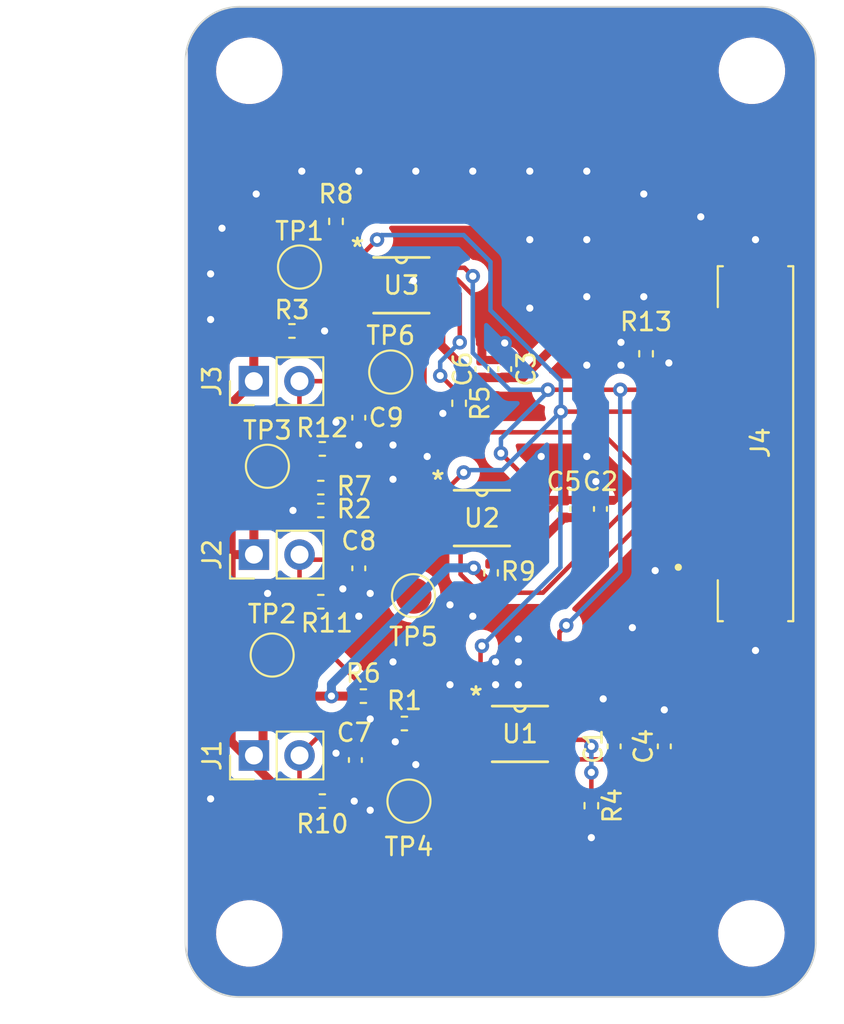
<source format=kicad_pcb>
(kicad_pcb (version 20221018) (generator pcbnew)
  (layers (0 "F.Cu" signal) (31 "B.Cu" signal) (34 "B.Paste" user) (35 "F.Paste" user) (36 "B.SilkS" user "B.Silkscreen") (37 "F.SilkS" user "F.Silkscreen") (38 "B.Mask" user) (39 "F.Mask" user) (44 "Edge.Cuts" user))
  (net 0 "")
  (net 1 "+3V3")
  (net 2 "GND")
  (net 3 "LIN_POT")
  (net 4 "FSR_1")
  (net 5 "FSR_2")
  (net 8 "INTERRUPT_LP")
  (net 9 "INTERRUPT_F1")
  (net 10 "INTERRUPT_F2")
  (net 13 "SCL")
  (net 14 "SDA")
  (net 15 "Net-(J4-Pad11)")
  (net 16 "Net-(U1-ADDR0)")
  (net 17 "Net-(U2-ADDR0)")
  (net 18 "unconnected-(J4-Pad10)")
  (net 19 "Net-(U3-ADDR0)")
  (net 20 "Net-(U1-ADDR1)")
  (net 21 "Net-(U3-ADDR1)")
  (net 22 "Net-(U2-ADDR1)")
  (footprint "Connector_PinHeader_2.54mm:PinHeader_1x02_P2.54mm_Vertical" (layer "F.Cu") (at 23.368 50.546 90)
    (fp_text reference "J2" (at 0 -2.33 90) (layer "F.SilkS"))
    (fp_text value "Conn_01x02_Socket")
    (pad "1" thru_hole rect (at 0 0 90) (size 1.7 1.7) (drill 1) (layers "*.Cu" "*.Mask") (net 1 "+3V3"))
    (pad "2" thru_hole oval (at 0 2.54 90) (size 1.7 1.7) (drill 1) (layers "*.Cu" "*.Mask") (net 4 "FSR_1"))
  )
  (footprint "Capacitor_SMD:C_0402_1005Metric" (layer "F.Cu") (at 46.228 61.214 90)
    (fp_text reference "C4" (at 0 -1.16 90) (layer "F.SilkS"))
    (fp_text value "0.1u")
    (pad "1" smd roundrect (at -0.48 0 90) (size 0.56 0.62) (layers "F.Cu" "F.Paste" "F.Mask") (net 1 "+3V3"))
    (pad "2" smd roundrect (at 0.48 0 90) (size 0.56 0.62) (layers "F.Cu" "F.Paste" "F.Mask") (net 2 "GND"))
  )
  (footprint "Resistor_SMD:R_0402_1005Metric" (layer "F.Cu") (at 27.0931 46.817399)
    (fp_text reference "R7" (at 1.8629 -0.081399) (layer "F.SilkS"))
    (fp_text value "5k")
    (pad "1" smd roundrect (at -0.51 0) (size 0.54 0.64) (layers "F.Cu" "F.Paste" "F.Mask") (net 1 "+3V3"))
    (pad "2" smd roundrect (at 0.51 0) (size 0.54 0.64) (layers "F.Cu" "F.Paste" "F.Mask") (net 9 "INTERRUPT_F1"))
  )
  (footprint "TestPoint:TestPoint_Pad_D2.0mm" (layer "F.Cu") (at 24.384 56.134)
    (fp_text reference "TP2" (at 0 -2.286) (layer "F.SilkS"))
    (fp_text value "TestPoint")
    (pad "1" smd circle (at 0 0) (size 2 2) (layers "F.Cu" "F.Mask") (net 8 "INTERRUPT_LP"))
  )
  (footprint "Resistor_SMD:R_0402_1005Metric" (layer "F.Cu") (at 27.178 44.663598)
    (fp_text reference "R12" (at 0 -1.17) (layer "F.SilkS"))
    (fp_text value "10k")
    (pad "1" smd roundrect (at -0.51 0) (size 0.54 0.64) (layers "F.Cu" "F.Paste" "F.Mask") (net 5 "FSR_2"))
    (pad "2" smd roundrect (at 0.51 0) (size 0.54 0.64) (layers "F.Cu" "F.Paste" "F.Mask") (net 2 "GND"))
  )
  (footprint "Resistor_SMD:R_0402_1005Metric" (layer "F.Cu") (at 27.0931 48.087399)
    (fp_text reference "R2" (at 1.8629 -0.081399) (layer "F.SilkS"))
    (fp_text value "0")
    (pad "1" smd roundrect (at -0.51 0) (size 0.54 0.64) (layers "F.Cu" "F.Paste" "F.Mask") (net 2 "GND"))
    (pad "2" smd roundrect (at 0.51 0) (size 0.54 0.64) (layers "F.Cu" "F.Paste" "F.Mask") (net 17 "Net-(U2-ADDR0)"))
  )
  (footprint "MountingHole:MountingHole_3.2mm_M3" (layer "F.Cu") (at 51.11 23.625)
    (fp_text reference "H2" hide)
    (fp_text value "MountingHole")
    (pad "" np_thru_hole circle (at 0 0) (size 3.2 3.2) (drill 3.2) (layers "*.Cu" "*.Mask"))
  )
  (footprint "Sensify Footprints:MOLEX_0532611271" (layer "F.Cu") (at 51.308 44.374399 90)
    (fp_text reference "J4" (at 0.05 0.275 90) (layer "F.SilkS"))
    (fp_text value "0532611271")
    (pad "1" smd rect (at -6.875 -2.9 90) (size 0.8 1.6) (layers "F.Cu" "F.Paste" "F.Mask"))
    (pad "2" smd rect (at -5.625 -2.9 90) (size 0.8 1.6) (layers "F.Cu" "F.Paste" "F.Mask"))
    (pad "3" smd rect (at -4.375 -2.9 90) (size 0.8 1.6) (layers "F.Cu" "F.Paste" "F.Mask") (net 8 "INTERRUPT_LP"))
    (pad "4" smd rect (at -3.125 -2.9 90) (size 0.8 1.6) (layers "F.Cu" "F.Paste" "F.Mask") (net 9 "INTERRUPT_F1"))
    (pad "5" smd rect (at -1.875 -2.9 90) (size 0.8 1.6) (layers "F.Cu" "F.Paste" "F.Mask") (net 10 "INTERRUPT_F2"))
    (pad "6" smd rect (at -0.625 -2.9 90) (size 0.8 1.6) (layers "F.Cu" "F.Paste" "F.Mask"))
    (pad "7" smd rect (at 0.625 -2.9 90) (size 0.8 1.6) (layers "F.Cu" "F.Paste" "F.Mask"))
    (pad "8" smd rect (at 1.875 -2.9 90) (size 0.8 1.6) (layers "F.Cu" "F.Paste" "F.Mask") (net 13 "SCL"))
    (pad "9" smd rect (at 3.125 -2.9 90) (size 0.8 1.6) (layers "F.Cu" "F.Paste" "F.Mask") (net 14 "SDA"))
    (pad "10" smd rect (at 4.375 -2.9 90) (size 0.8 1.6) (layers "F.Cu" "F.Paste" "F.Mask") (net 18 "unconnected-(J4-Pad10)"))
    (pad "11" smd rect (at 5.625 -2.9 90) (size 0.8 1.6) (layers "F.Cu" "F.Paste" "F.Mask") (net 15 "Net-(J4-Pad11)"))
    (pad "12" smd rect (at 6.875 -2.9 90) (size 0.8 1.6) (layers "F.Cu" "F.Paste" "F.Mask") (net 1 "+3V3"))
    (pad "S1" smd rect (at -9.425 0 90) (size 2.1 3) (layers "F.Cu" "F.Paste" "F.Mask") (net 2 "GND"))
    (pad "S2" smd rect (at 9.425 0 90) (size 2.1 3) (layers "F.Cu" "F.Paste" "F.Mask") (net 2 "GND"))
  )
  (footprint "TestPoint:TestPoint_Pad_D2.0mm" (layer "F.Cu") (at 32.004 64.262)
    (fp_text reference "TP4" (at 0 2.54) (layer "F.SilkS"))
    (fp_text value "TestPoint")
    (pad "1" smd circle (at 0 0) (size 2 2) (layers "F.Cu" "F.Mask") (net 3 "LIN_POT"))
  )
  (footprint "Resistor_SMD:R_0402_1005Metric" (layer "F.Cu") (at 31.75 59.944)
    (fp_text reference "R1" (at 0 -1.27) (layer "F.SilkS"))
    (fp_text value "0")
    (pad "1" smd roundrect (at -0.51 0) (size 0.54 0.64) (layers "F.Cu" "F.Paste" "F.Mask") (net 2 "GND"))
    (pad "2" smd roundrect (at 0.51 0) (size 0.54 0.64) (layers "F.Cu" "F.Paste" "F.Mask") (net 16 "Net-(U1-ADDR0)"))
  )
  (footprint "Capacitor_SMD:C_0402_1005Metric" (layer "F.Cu") (at 42.672 48.006 90)
    (fp_text reference "C2" (at 1.524 0 180) (layer "F.SilkS"))
    (fp_text value "4.7u")
    (pad "1" smd roundrect (at -0.48 0 90) (size 0.56 0.62) (layers "F.Cu" "F.Paste" "F.Mask") (net 1 "+3V3"))
    (pad "2" smd roundrect (at 0.48 0 90) (size 0.56 0.62) (layers "F.Cu" "F.Paste" "F.Mask") (net 2 "GND"))
  )
  (footprint "Sensify Footprints:NM-ADC8BIT" (layer "F.Cu") (at 31.583321 35.56)
    (fp_text reference "U3" (at 0 0 unlocked) (layer "F.SilkS"))
    (fp_text value "ADC081C021CIMM/NOPB")
    (fp_text user "*" (at -2.4511 -2.0926 unlocked) (layer "F.SilkS"))
    (fp_text user "*" (at -2.4511 -2.0926) (layer "F.SilkS"))
    (pad "1" smd rect (at -2.1971 -0.974999) (size 1.3716 0.4572) (layers "F.Cu" "F.Paste" "F.Mask") (net 13 "SCL") (clearance 0.1))
    (pad "2" smd rect (at -2.1971 -0.325001) (size 1.3716 0.4572) (layers "F.Cu" "F.Paste" "F.Mask") (net 10 "INTERRUPT_F2") (clearance 0.1))
    (pad "3" smd rect (at -2.1971 0.325001) (size 1.3716 0.4572) (layers "F.Cu" "F.Paste" "F.Mask") (net 19 "Net-(U3-ADDR0)") (clearance 0.1))
    (pad "4" smd rect (at -2.1971 0.974999) (size 1.3716 0.4572) (layers "F.Cu" "F.Paste" "F.Mask") (net 5 "FSR_2"))
    (pad "5" smd rect (at 2.1971 0.974999) (size 1.3716 0.4572) (layers "F.Cu" "F.Paste" "F.Mask") (net 1 "+3V3") (clearance 0.1))
    (pad "6" smd rect (at 2.1971 0.325001) (size 1.3716 0.4572) (layers "F.Cu" "F.Paste" "F.Mask") (net 21 "Net-(U3-ADDR1)") (clearance 0.1))
    (pad "7" smd rect (at 2.1971 -0.325001) (size 1.3716 0.4572) (layers "F.Cu" "F.Paste" "F.Mask") (net 2 "GND") (clearance 0.1))
    (pad "8" smd rect (at 2.1971 -0.974999) (size 1.3716 0.4572) (layers "F.Cu" "F.Paste" "F.Mask") (net 14 "SDA"))
  )
  (footprint "Capacitor_SMD:C_0402_1005Metric" (layer "F.Cu") (at 37.338 40.218598 90)
    (fp_text reference "C3" (at -0.001402 1.202 90) (layer "F.SilkS"))
    (fp_text value "4.7u")
    (pad "1" smd roundrect (at -0.48 0 90) (size 0.56 0.62) (layers "F.Cu" "F.Paste" "F.Mask") (net 1 "+3V3"))
    (pad "2" smd roundrect (at 0.48 0 90) (size 0.56 0.62) (layers "F.Cu" "F.Paste" "F.Mask") (net 2 "GND"))
  )
  (footprint "Resistor_SMD:R_0402_1005Metric" (layer "F.Cu") (at 25.487321 38.1)
    (fp_text reference "R3" (at 0 -1.17) (layer "F.SilkS"))
    (fp_text value "0")
    (pad "1" smd roundrect (at -0.51 0) (size 0.54 0.64) (layers "F.Cu" "F.Paste" "F.Mask") (net 1 "+3V3"))
    (pad "2" smd roundrect (at 0.51 0) (size 0.54 0.64) (layers "F.Cu" "F.Paste" "F.Mask") (net 19 "Net-(U3-ADDR0)"))
  )
  (footprint "Capacitor_SMD:C_0402_1005Metric" (layer "F.Cu") (at 36.068 40.218598 90)
    (fp_text reference "C6" (at 0 -1.078 90) (layer "F.SilkS"))
    (fp_text value "0.1u")
    (pad "1" smd roundrect (at -0.48 0 90) (size 0.56 0.62) (layers "F.Cu" "F.Paste" "F.Mask") (net 1 "+3V3"))
    (pad "2" smd roundrect (at 0.48 0 90) (size 0.56 0.62) (layers "F.Cu" "F.Paste" "F.Mask") (net 2 "GND"))
  )
  (footprint "Resistor_SMD:R_0402_1005Metric" (layer "F.Cu") (at 45.212 39.37 90)
    (fp_text reference "R13" (at 1.778 0 180) (layer "F.SilkS"))
    (fp_text value "0")
    (pad "1" smd roundrect (at -0.51 0 90) (size 0.54 0.64) (layers "F.Cu" "F.Paste" "F.Mask") (net 2 "GND"))
    (pad "2" smd roundrect (at 0.51 0 90) (size 0.54 0.64) (layers "F.Cu" "F.Paste" "F.Mask") (net 15 "Net-(J4-Pad11)"))
  )
  (footprint "MountingHole:MountingHole_3.2mm_M3" (layer "F.Cu") (at 23.11 71.625)
    (fp_text reference "H3" hide)
    (fp_text value "MountingHole")
    (pad "" np_thru_hole circle (at 0 0) (size 3.2 3.2) (drill 3.2) (layers "*.Cu" "*.Mask"))
  )
  (footprint "Capacitor_SMD:C_0402_1005Metric" (layer "F.Cu") (at 29.21 42.926 -90)
    (fp_text reference "C9" (at 0 -1.524 -180) (layer "F.SilkS"))
    (fp_text value "470p")
    (pad "1" smd roundrect (at -0.48 0 270) (size 0.56 0.62) (layers "F.Cu" "F.Paste" "F.Mask") (net 5 "FSR_2"))
    (pad "2" smd roundrect (at 0.48 0 270) (size 0.56 0.62) (layers "F.Cu" "F.Paste" "F.Mask") (net 2 "GND"))
  )
  (footprint "Resistor_SMD:R_0402_1005Metric" (layer "F.Cu") (at 42.164 64.516 -90)
    (fp_text reference "R4" (at 0 -1.17 90) (layer "F.SilkS"))
    (fp_text value "0")
    (pad "1" smd roundrect (at -0.51 0 270) (size 0.54 0.64) (layers "F.Cu" "F.Paste" "F.Mask") (net 20 "Net-(U1-ADDR1)"))
    (pad "2" smd roundrect (at 0.51 0 270) (size 0.54 0.64) (layers "F.Cu" "F.Paste" "F.Mask") (net 2 "GND"))
  )
  (footprint "Resistor_SMD:R_0402_1005Metric" (layer "F.Cu") (at 27.0931 53.167399)
    (fp_text reference "R11" (at 0.3389 1.188601) (layer "F.SilkS"))
    (fp_text value "10k")
    (pad "1" smd roundrect (at -0.51 0) (size 0.54 0.64) (layers "F.Cu" "F.Paste" "F.Mask") (net 4 "FSR_1"))
    (pad "2" smd roundrect (at 0.51 0) (size 0.54 0.64) (layers "F.Cu" "F.Paste" "F.Mask") (net 2 "GND"))
  )
  (footprint "Resistor_SMD:R_0402_1005Metric" (layer "F.Cu") (at 34.798 42.123598 -90)
    (fp_text reference "R5" (at 0 -1.17 90) (layer "F.SilkS"))
    (fp_text value "0")
    (pad "1" smd roundrect (at -0.51 0 270) (size 0.54 0.64) (layers "F.Cu" "F.Paste" "F.Mask") (net 21 "Net-(U3-ADDR1)"))
    (pad "2" smd roundrect (at 0.51 0 270) (size 0.54 0.64) (layers "F.Cu" "F.Paste" "F.Mask") (net 2 "GND"))
  )
  (footprint "TestPoint:TestPoint_Pad_D2.0mm" (layer "F.Cu") (at 30.988 40.386)
    (fp_text reference "TP6" (at 0 -2.032) (layer "F.SilkS"))
    (fp_text value "TestPoint")
    (pad "1" smd circle (at 0 0) (size 2 2) (layers "F.Cu" "F.Mask") (net 5 "FSR_2"))
  )
  (footprint "MountingHole:MountingHole_3.2mm_M3" (layer "F.Cu") (at 51.08 71.625)
    (fp_text reference "H4" hide)
    (fp_text value "MountingHole")
    (pad "" np_thru_hole circle (at 0 0) (size 3.2 3.2) (drill 3.2) (layers "*.Cu" "*.Mask"))
  )
  (footprint "TestPoint:TestPoint_Pad_D2.0mm" (layer "F.Cu") (at 25.908 34.544)
    (fp_text reference "TP1" (at 0 -1.998) (layer "F.SilkS"))
    (fp_text value "TestPoint")
    (pad "1" smd circle (at 0 0) (size 2 2) (layers "F.Cu" "F.Mask") (net 10 "INTERRUPT_F2"))
  )
  (footprint "TestPoint:TestPoint_Pad_D2.0mm" (layer "F.Cu") (at 24.1193 45.628798)
    (fp_text reference "TP3" (at 0 -1.998) (layer "F.SilkS"))
    (fp_text value "TestPoint")
    (pad "1" smd circle (at 0 0) (size 2 2) (layers "F.Cu" "F.Mask") (net 9 "INTERRUPT_F1"))
  )
  (footprint "Connector_PinHeader_2.54mm:PinHeader_1x02_P2.54mm_Vertical" (layer "F.Cu") (at 23.368 61.722 90)
    (fp_text reference "J1" (at 0 -2.33 90) (layer "F.SilkS"))
    (fp_text value "Conn_01x02_Socket")
    (pad "1" thru_hole rect (at 0 0 90) (size 1.7 1.7) (drill 1) (layers "*.Cu" "*.Mask") (net 1 "+3V3"))
    (pad "2" thru_hole oval (at 0 2.54 90) (size 1.7 1.7) (drill 1) (layers "*.Cu" "*.Mask") (net 3 "LIN_POT"))
  )
  (footprint "Capacitor_SMD:C_0402_1005Metric" (layer "F.Cu") (at 29.21 51.308 -90)
    (fp_text reference "C8" (at -1.524 0 -180) (layer "F.SilkS"))
    (fp_text value "470p")
    (pad "1" smd roundrect (at -0.48 0 270) (size 0.56 0.62) (layers "F.Cu" "F.Paste" "F.Mask") (net 4 "FSR_1"))
    (pad "2" smd roundrect (at 0.48 0 270) (size 0.56 0.62) (layers "F.Cu" "F.Paste" "F.Mask") (net 2 "GND"))
  )
  (footprint "TestPoint:TestPoint_Pad_D2.0mm" (layer "F.Cu") (at 32.258 52.832)
    (fp_text reference "TP5" (at 0 2.286) (layer "F.SilkS"))
    (fp_text value "TestPoint")
    (pad "1" smd circle (at 0 0) (size 2 2) (layers "F.Cu" "F.Mask") (net 4 "FSR_1"))
  )
  (footprint "Capacitor_SMD:C_0402_1005Metric" (layer "F.Cu") (at 40.64 48.006 90)
    (fp_text reference "C5" (at 1.524 0 180) (layer "F.SilkS"))
    (fp_text value "0.1u")
    (pad "1" smd roundrect (at -0.48 0 90) (size 0.56 0.62) (layers "F.Cu" "F.Paste" "F.Mask") (net 1 "+3V3"))
    (pad "2" smd roundrect (at 0.48 0 90) (size 0.56 0.62) (layers "F.Cu" "F.Paste" "F.Mask") (net 2 "GND"))
  )
  (footprint "Sensify Footprints:NM-ADC8BIT" (layer "F.Cu") (at 36.068 48.514)
    (fp_text reference "U2" (at 0 0 unlocked) (layer "F.SilkS"))
    (fp_text value "ADC081C021CIMM/NOPB")
    (fp_text user "*" (at -2.4511 -2.0926 unlocked) (layer "F.SilkS"))
    (fp_text user "*" (at -2.4511 -2.0926) (layer "F.SilkS"))
    (pad "1" smd rect (at -2.1971 -0.974999) (size 1.3716 0.4572) (layers "F.Cu" "F.Paste" "F.Mask") (net 13 "SCL") (clearance 0.1))
    (pad "2" smd rect (at -2.1971 -0.325001) (size 1.3716 0.4572) (layers "F.Cu" "F.Paste" "F.Mask") (net 9 "INTERRUPT_F1") (clearance 0.1))
    (pad "3" smd rect (at -2.1971 0.325001) (size 1.3716 0.4572) (layers "F.Cu" "F.Paste" "F.Mask") (net 17 "Net-(U2-ADDR0)") (clearance 0.1))
    (pad "4" smd rect (at -2.1971 0.974999) (size 1.3716 0.4572) (layers "F.Cu" "F.Paste" "F.Mask") (net 4 "FSR_1"))
    (pad "5" smd rect (at 2.1971 0.974999) (size 1.3716 0.4572) (layers "F.Cu" "F.Paste" "F.Mask") (net 1 "+3V3"))
    (pad "6" smd rect (at 2.1971 0.325001) (size 1.3716 0.4572) (layers "F.Cu" "F.Paste" "F.Mask") (net 22 "Net-(U2-ADDR1)") (clearance 0.1))
    (pad "7" smd rect (at 2.1971 -0.325001) (size 1.3716 0.4572) (layers "F.Cu" "F.Paste" "F.Mask") (net 2 "GND") (clearance 0.1))
    (pad "8" smd rect (at 2.1971 -0.974999) (size 1.3716 0.4572) (layers "F.Cu" "F.Paste" "F.Mask") (net 14 "SDA"))
  )
  (footprint "Capacitor_SMD:C_0402_1005Metric" (layer "F.Cu") (at 43.434 61.214 90)
    (fp_text reference "C1" (at 0 -1.16 90) (layer "F.SilkS"))
    (fp_text value "4.7u")
    (pad "1" smd roundrect (at -0.48 0 90) (size 0.56 0.62) (layers "F.Cu" "F.Paste" "F.Mask") (net 1 "+3V3"))
    (pad "2" smd roundrect (at 0.48 0 90) (size 0.56 0.62) (layers "F.Cu" "F.Paste" "F.Mask") (net 2 "GND"))
  )
  (footprint "Resistor_SMD:R_0402_1005Metric" (layer "F.Cu") (at 27.94 32.004 -90)
    (fp_text reference "R8" (at -1.524 0 -180) (layer "F.SilkS"))
    (fp_text value "5k")
    (pad "1" smd roundrect (at -0.51 0 270) (size 0.54 0.64) (layers "F.Cu" "F.Paste" "F.Mask") (net 1 "+3V3"))
    (pad "2" smd roundrect (at 0.51 0 270) (size 0.54 0.64) (layers "F.Cu" "F.Paste" "F.Mask") (net 10 "INTERRUPT_F2"))
  )
  (footprint "MountingHole:MountingHole_3.2mm_M3" (layer "F.Cu") (at 23.11 23.625)
    (fp_text reference "H1" hide)
    (fp_text value "MountingHole")
    (pad "" np_thru_hole circle (at 0 0) (size 3.2 3.2) (drill 3.2) (layers "*.Cu" "*.Mask"))
  )
  (footprint "Sensify Footprints:NM-ADC8BIT" (layer "F.Cu") (at 38.1889 60.523001)
    (fp_text reference "U1" (at 0 0 unlocked) (layer "F.SilkS"))
    (fp_text value "ADC081C021CIMM/NOPB")
    (fp_text user "*" (at -2.4511 -2.0926 unlocked) (layer "F.SilkS"))
    (fp_text user "*" (at -2.4511 -2.0926) (layer "F.SilkS"))
    (pad "1" smd rect (at -2.1971 -0.974999) (size 1.3716 0.4572) (layers "F.Cu" "F.Paste" "F.Mask") (net 13 "SCL") (clearance 0.1))
    (pad "2" smd rect (at -2.1971 -0.325001) (size 1.3716 0.4572) (layers "F.Cu" "F.Paste" "F.Mask") (net 8 "INTERRUPT_LP") (clearance 0.1))
    (pad "3" smd rect (at -2.1971 0.325001) (size 1.3716 0.4572) (layers "F.Cu" "F.Paste" "F.Mask") (net 16 "Net-(U1-ADDR0)") (clearance 0.1))
    (pad "4" smd rect (at -2.1971 0.974999) (size 1.3716 0.4572) (layers "F.Cu" "F.Paste" "F.Mask") (net 3 "LIN_POT") (clearance 0.1))
    (pad "5" smd rect (at 2.1971 0.974999) (size 1.3716 0.4572) (layers "F.Cu" "F.Paste" "F.Mask") (net 1 "+3V3") (clearance 0.1))
    (pad "6" smd rect (at 2.1971 0.325001) (size 1.3716 0.4572) (layers "F.Cu" "F.Paste" "F.Mask") (net 20 "Net-(U1-ADDR1)") (clearance 0.1))
    (pad "7" smd rect (at 2.1971 -0.325001) (size 1.3716 0.4572) (layers "F.Cu" "F.Paste" "F.Mask") (net 2 "GND") (clearance 0.1))
    (pad "8" smd rect (at 2.1971 -0.974999) (size 1.3716 0.4572) (layers "F.Cu" "F.Paste" "F.Mask") (net 14 "SDA"))
  )
  (footprint "Capacitor_SMD:C_0402_1005Metric" (layer "F.Cu") (at 29.0201 61.976 -90)
    (fp_text reference "C7" (at -1.524 0.0641 -180) (layer "F.SilkS"))
    (fp_text value "470p")
    (pad "1" smd roundrect (at -0.48 0 270) (size 0.56 0.62) (layers "F.Cu" "F.Paste" "F.Mask") (net 3 "LIN_POT"))
    (pad "2" smd roundrect (at 0.48 0 270) (size 0.56 0.62) (layers "F.Cu" "F.Paste" "F.Mask") (net 2 "GND"))
  )
  (footprint "Connector_PinHeader_2.54mm:PinHeader_1x02_P2.54mm_Vertical" (layer "F.Cu") (at 23.363 40.894 90)
    (fp_text reference "J3" (at 0 -2.33 90) (layer "F.SilkS"))
    (fp_text value "Conn_01x02_Socket")
    (pad "1" thru_hole rect (at 0 0 90) (size 1.7 1.7) (drill 1) (layers "*.Cu" "*.Mask") (net 1 "+3V3"))
    (pad "2" thru_hole oval (at 0 2.54 90) (size 1.7 1.7) (drill 1) (layers "*.Cu" "*.Mask") (net 5 "FSR_2"))
  )
  (footprint "Resistor_SMD:R_0402_1005Metric" (layer "F.Cu") (at 27.178 64.262)
    (fp_text reference "R10" (at 0 1.27) (layer "F.SilkS"))
    (fp_text value "10k")
    (pad "1" smd roundrect (at -0.51 0) (size 0.54 0.64) (layers "F.Cu" "F.Paste" "F.Mask") (net 3 "LIN_POT"))
    (pad "2" smd roundrect (at 0.51 0) (size 0.54 0.64) (layers "F.Cu" "F.Paste" "F.Mask") (net 2 "GND"))
  )
  (footprint "Resistor_SMD:R_0402_1005Metric" (layer "F.Cu") (at 36.576 51.562 -90)
    (fp_text reference "R9" (at -0.081399 -1.524 -180) (layer "F.SilkS"))
    (fp_text value "0")
    (pad "1" smd roundrect (at -0.51 0 270) (size 0.54 0.64) (layers "F.Cu" "F.Paste" "F.Mask") (net 22 "Net-(U2-ADDR1)") (clearance 0.1))
    (pad "2" smd roundrect (at 0.51 0 270) (size 0.54 0.64) (layers "F.Cu" "F.Paste" "F.Mask") (net 1 "+3V3"))
  )
  (footprint "Resistor_SMD:R_0402_1005Metric" (layer "F.Cu") (at 29.464 58.42)
    (fp_text reference "R6" (at 0 -1.27) (layer "F.SilkS"))
    (fp_text value "5k")
    (pad "1" smd roundrect (at -0.51 0) (size 0.54 0.64) (layers "F.Cu" "F.Paste" "F.Mask") (net 1 "+3V3"))
    (pad "2" smd roundrect (at 0.51 0) (size 0.54 0.64) (layers "F.Cu" "F.Paste" "F.Mask") (net 8 "INTERRUPT_LP"))
  )
  (gr_arc (start 54.6608 72.1586) (mid 53.78212 74.27992) (end 51.6608 75.1586) (stroke (width 0.1)) (layer "Edge.Cuts"))
  (gr_line (start 19.558 72.1586) (end 19.558 23.066) (stroke (width 0.1)) (layer "Edge.Cuts"))
  (gr_line (start 54.6608 23.066) (end 54.6608 72.1586) (stroke (width 0.1)) (layer "Edge.Cuts"))
  (gr_arc (start 22.558 75.1586) (mid 20.43668 74.27992) (end 19.558 72.1586) (stroke (width 0.1)) (layer "Edge.Cuts"))
  (gr_line (start 51.6608 75.1586) (end 22.558 75.1586) (stroke (width 0.1)) (layer "Edge.Cuts"))
  (gr_arc (start 51.6608 20.066) (mid 53.78212 20.94468) (end 54.6608 23.066) (stroke (width 0.1)) (layer "Edge.Cuts"))
  (gr_arc (start 19.558 23.066) (mid 20.43668 20.94468) (end 22.558 20.066) (stroke (width 0.1)) (layer "Edge.Cuts"))
  (gr_line (start 22.558 20.066) (end 51.6608 20.066) (stroke (width 0.1)) (layer "Edge.Cuts"))
  (segment (start 23.363 32.771) (end 24.64 31.494) (width 0.5) (layer "F.Cu") (net 1))
  (segment (start 23.363 40.894) (end 22.098 42.159) (width 0.5) (layer "F.Cu") (net 1))
  (segment (start 22.098 50.546) (end 22.098 60.96) (width 0.5) (layer "F.Cu") (net 1))
  (segment (start 40.356 61.498) (end 40.386 61.498) (width 0.25) (layer "F.Cu") (net 1))
  (segment (start 37.338 40.698598) (end 38.346202 40.698598) (width 0.5) (layer "F.Cu") (net 1))
  (segment (start 24.977321 38.1) (end 23.368 38.1) (width 0.25) (layer "F.Cu") (net 1))
  (segment (start 38.2651 50.3829) (end 38.2651 49.488999) (width 0.5) (layer "F.Cu") (net 1))
  (segment (start 26.5831 46.817399) (end 25.4675 46.817399) (width 0.5) (layer "F.Cu") (net 1))
  (segment (start 36.068 40.698598) (end 37.338 40.698598) (width 0.5) (layer "F.Cu") (net 1))
  (segment (start 25.4675 46.817399) (end 23.368 48.916899) (width 0.5) (layer "F.Cu") (net 1))
  (segment (start 27.432 66.294) (end 23.368 62.23) (width 0.5) (layer "F.Cu") (net 1))
  (segment (start 35.593198 40.698598) (end 36.068 40.698598) (width 0.5) (layer "F.Cu") (net 1))
  (segment (start 39.637001 49.488999) (end 40.64 48.486) (width 0.5) (layer "F.Cu") (net 1))
  (segment (start 40.386 61.498) (end 40.827 61.939) (width 0.25) (layer "F.Cu") (net 1))
  (segment (start 42.672 48.514) (end 42.672 48.486) (width 0.25) (layer "F.Cu") (net 1))
  (segment (start 22.098 60.96) (end 22.86 61.722) (width 0.5) (layer "F.Cu") (net 1))
  (segment (start 23.368 62.23) (end 23.368 61.722) (width 0.5) (layer "F.Cu") (net 1))
  (segment (start 36.576 52.072) (end 38.2651 50.3829) (width 0.5) (layer "F.Cu") (net 1))
  (segment (start 42.402601 31.494) (end 27.94 31.494) (width 0.5) (layer "F.Cu") (net 1))
  (segment (start 36.4002 52.072) (end 36.576 52.072) (width 0.5) (layer "F.Cu") (net 1))
  (segment (start 27.686 58.42) (end 28.954 58.42) (width 0.5) (layer "F.Cu") (net 1))
  (segment (start 22.098 42.159) (end 22.098 48.888499) (width 0.5) (layer "F.Cu") (net 1))
  (segment (start 38.346202 40.698598) (end 41.545401 37.499399) (width 0.5) (layer "F.Cu") (net 1))
  (segment (start 43.189 61.939) (end 43.434 61.694) (width 0.25) (layer "F.Cu") (net 1))
  (segment (start 23.363 40.894) (end 23.363 38.105) (width 0.5) (layer "F.Cu") (net 1))
  (segment (start 23.368 50.546) (end 22.098 50.546) (width 0.5) (layer "F.Cu") (net 1))
  (segment (start 35.56 66.294) (end 27.432 66.294) (width 0.5) (layer "F.Cu") (net 1))
  (segment (start 23.368 38.1) (end 23.363 38.095) (width 0.5) (layer "F.Cu") (net 1))
  (segment (start 23.368 48.916899) (end 23.368 50.546) (width 0.5) (layer "F.Cu") (net 1))
  (segment (start 23.363 38.095) (end 23.363 32.771) (width 0.5) (layer "F.Cu") (net 1))
  (segment (start 40.827 61.939) (end 43.189 61.939) (width 0.25) (layer "F.Cu") (net 1))
  (segment (start 24.64 31.494) (end 27.94 31.494) (width 0.5) (layer "F.Cu") (net 1))
  (segment (start 23.876 59.436) (end 23.876 61.214) (width 0.5) (layer "F.Cu") (net 1))
  (segment (start 48.408 37.499399) (end 42.402601 31.494) (width 0.5) (layer "F.Cu") (net 1))
  (segment (start 22.098 48.888499) (end 22.098 50.546) (width 0.5) (layer "F.Cu") (net 1))
  (segment (start 27.686 58.42) (end 24.892 58.42) (width 0.5) (layer "F.Cu") (net 1))
  (segment (start 22.86 61.722) (end 23.368 61.722) (width 0.5) (layer "F.Cu") (net 1))
  (segment (start 33.780421 38.885821) (end 35.593198 40.698598) (width 0.5) (layer "F.Cu") (net 1))
  (segment (start 40.132 61.722) (end 40.356 61.498) (width 0.25) (layer "F.Cu") (net 1))
  (segment (start 40.64 48.486) (end 42.672 48.486) (width 0.5) (layer "F.Cu") (net 1))
  (segment (start 43.434 61.694) (end 46.228 61.694) (width 0.25) (layer "F.Cu") (net 1))
  (segment (start 41.545401 37.499399) (end 48.408 37.499399) (width 0.5) (layer "F.Cu") (net 1))
  (segment (start 40.132 61.722) (end 35.56 66.294) (width 0.5) (layer "F.Cu") (net 1))
  (segment (start 23.876 61.214) (end 23.368 61.722) (width 0.5) (layer "F.Cu") (net 1))
  (segment (start 35.6108 51.2826) (end 36.4002 52.072) (width 0.5) (layer "F.Cu") (net 1))
  (segment (start 38.2651 49.488999) (end 39.637001 49.488999) (width 0.5) (layer "F.Cu") (net 1))
  (segment (start 33.780421 36.534999) (end 33.780421 38.885821) (width 0.5) (layer "F.Cu") (net 1))
  (segment (start 24.892 58.42) (end 23.876 59.436) (width 0.5) (layer "F.Cu") (net 1))
  (segment (start 23.363 38.105) (end 23.368 38.1) (width 0.5) (layer "F.Cu") (net 1))
  (via (at 27.686 58.42) (size 0.8) (drill 0.4) (layers "F.Cu" "B.Cu") (net 1))
  (via (at 35.6108 51.2826) (size 0.8) (drill 0.4) (layers "F.Cu" "B.Cu") (net 1))
  (segment (start 34.159499 51.2826) (end 27.686 57.756099) (width 0.5) (layer "B.Cu") (net 1))
  (segment (start 35.6108 51.2826) (end 34.159499 51.2826) (width 0.5) (layer "B.Cu") (net 1))
  (segment (start 27.686 57.756099) (end 27.686 58.42) (width 0.5) (layer "B.Cu") (net 1))
  (segment (start 40.64 47.526) (end 40.668 47.498) (width 0.25) (layer "F.Cu") (net 2))
  (segment (start 39.667002 48.188999) (end 38.2651 48.188999) (width 0.25) (layer "F.Cu") (net 2))
  (segment (start 42.418 47.272) (end 42.672 47.526) (width 0.25) (layer "F.Cu") (net 2))
  (segment (start 46.482 39.88) (end 45.212 39.88) (width 0.25) (layer "F.Cu") (net 2))
  (segment (start 34.694819 35.234999) (end 33.780421 35.234999) (width 0.25) (layer "F.Cu") (net 2))
  (segment (start 28.982499 51.788) (end 27.6031 53.167399) (width 0.25) (layer "F.Cu") (net 2))
  (segment (start 36.068 39.738598) (end 37.338 39.738598) (width 0.25) (layer "F.Cu") (net 2))
  (segment (start 32.258 35.306) (end 32.329001 35.234999) (width 0.25) (layer "F.Cu") (net 2))
  (segment (start 42.164 66.294) (end 42.164 65.026) (width 0.25) (layer "F.Cu") (net 2))
  (segment (start 26.5831 48.087399) (end 25.5437 48.087399) (width 0.25) (layer "F.Cu") (net 2))
  (segment (start 29.21 44.45) (end 29.21 43.406) (width 0.25) (layer "F.Cu") (net 2))
  (segment (start 33.8923 42.687597) (end 33.946299 42.633598) (width 0.25) (layer "F.Cu") (net 2))
  (segment (start 33.780421 35.234999) (end 32.329001 35.234999) (width 0.25) (layer "F.Cu") (net 2))
  (segment (start 36.068 39.738598) (end 36.068 36.60818) (width 0.25) (layer "F.Cu") (net 2))
  (segment (start 43.434 60.734) (end 46.228 60.734) (width 0.25) (layer "F.Cu") (net 2))
  (segment (start 28.956 64.262) (end 27.688 64.262) (width 0.25) (layer "F.Cu") (net 2))
  (segment (start 36.068 36.60818) (end 34.694819 35.234999) (width 0.25) (layer "F.Cu") (net 2))
  (segment (start 41.1988 60.198) (end 42.8244 58.5724) (width 0.25) (layer "F.Cu") (net 2))
  (segment (start 29.21 51.788) (end 28.982499 51.788) (width 0.25) (layer "F.Cu") (net 2))
  (segment (start 33.946299 42.633598) (end 34.798 42.633598) (width 0.25) (layer "F.Cu") (net 2))
  (segment (start 29.21 44.45) (end 28.996402 44.663598) (width 0.25) (layer "F.Cu") (net 2))
  (segment (start 37.338 39.738598) (end 37.338 38.771178) (width 0.25) (layer "F.Cu") (net 2))
  (segment (start 31.242 60.96) (end 31.24 60.958) (width 0.25) (layer "F.Cu") (net 2))
  (segment (start 40.668 47.498) (end 42.644 47.498) (width 0.25) (layer "F.Cu") (net 2))
  (segment (start 51.308 55.88) (end 51.308 53.799399) (width 0.25) (layer "F.Cu") (net 2))
  (segment (start 28.956 64.262) (end 29.0201 64.1979) (width 0.25) (layer "F.Cu") (net 2))
  (segment (start 46.228 59.182) (end 46.228 60.734) (width 0.25) (layer "F.Cu") (net 2))
  (segment (start 42.418 46.482) (end 42.418 47.272) (width 0.25) (layer "F.Cu") (net 2))
  (segment (start 40.64 47.526) (end 40.330001 47.526) (width 0.25) (layer "F.Cu") (net 2))
  (segment (start 51.308 33.02) (end 51.308 34.949399) (width 0.25) (layer "F.Cu") (net 2))
  (segment (start 40.386 60.198) (end 41.1988 60.198) (width 0.25) (layer "F.Cu") (net 2))
  (segment (start 28.996402 44.663598) (end 27.5209 44.663598) (width 0.25) (layer "F.Cu") (net 2))
  (segment (start 40.330001 47.526) (end 39.667002 48.188999) (width 0.25) (layer "F.Cu") (net 2))
  (segment (start 29.0201 64.1979) (end 29.0201 62.456) (width 0.25) (layer "F.Cu") (net 2))
  (segment (start 42.644 47.498) (end 42.672 47.526) (width 0.25) (layer "F.Cu") (net 2))
  (segment (start 31.24 60.958) (end 31.24 59.944) (width 0.25) (layer "F.Cu") (net 2))
  (via (at 27.94 43.18) (size 0.8) (drill 0.4) (layers "F.Cu" "B.Cu") (net 2))
  (via (at 31.242 60.96) (size 0.8) (drill 0.4) (layers "F.Cu" "B.Cu") (net 2))
  (via (at 23.495 30.48) (size 0.8) (drill 0.4) (layers "F.Cu" "B.Cu") (net 2))
  (via (at 33.02 45.085) (size 0.8) (drill 0.4) (layers "F.Cu" "B.Cu") (net 2))
  (via (at 28.956 64.262) (size 0.8) (drill 0.4) (layers "F.Cu" "B.Cu") (net 2))
  (via (at 32.385 62.23) (size 0.8) (drill 0.4) (layers "F.Cu" "B.Cu") (net 2))
  (via (at 31.115 56.515) (size 0.8) (drill 0.4) (layers "F.Cu" "B.Cu") (net 2))
  (via (at 51.308 55.88) (size 0.8) (drill 0.4) (layers "F.Cu" "B.Cu") (net 2))
  (via (at 26.035 29.21) (size 0.8) (drill 0.4) (layers "F.Cu" "B.Cu") (net 2))
  (via (at 44.45 54.61) (size 0.8) (drill 0.4) (layers "F.Cu" "B.Cu") (net 2))
  (via (at 29.21 53.975) (size 0.8) (drill 0.4) (layers "F.Cu" "B.Cu") (net 2))
  (via (at 41.91 33.02) (size 0.8) (drill 0.4) (layers "F.Cu" "B.Cu") (net 2))
  (via (at 43.815 40.005) (size 0.8) (drill 0.4) (layers "F.Cu" "B.Cu") (net 2))
  (via (at 46.482 39.88) (size 0.8) (drill 0.4) (layers "F.Cu" "B.Cu") (net 2))
  (via (at 36.83 57.785) (size 0.8) (drill 0.4) (layers "F.Cu" "B.Cu") (net 2))
  (via (at 29.845 59.69) (size 0.8) (drill 0.4) (layers "F.Cu" "B.Cu") (net 2))
  (via (at 48.26 31.75) (size 0.8) (drill 0.4) (layers "F.Cu" "B.Cu") (net 2))
  (via (at 34.29 57.785) (size 0.8) (drill 0.4) (layers "F.Cu" "B.Cu") (net 2))
  (via (at 31.115 46.355) (size 0.8) (drill 0.4) (layers "F.Cu" "B.Cu") (net 2))
  (via (at 45.085 30.48) (size 0.8) (drill 0.4) (layers "F.Cu" "B.Cu") (net 2))
  (via (at 32.258 35.306) (size 0.8) (drill 0.4) (layers "F.Cu" "B.Cu") (net 2))
  (via (at 29.21 29.21) (size 0.8) (drill 0.4) (layers "F.Cu" "B.Cu") (net 2))
  (via (at 38.735 36.83) (size 0.8) (drill 0.4) (layers "F.Cu" "B.Cu") (net 2))
  (via (at 29.845 64.77) (size 0.8) (drill 0.4) (layers "F.Cu" "B.Cu") (net 2))
  (via (at 38.735 29.21) (size 0.8) (drill 0.4) (layers "F.Cu" "B.Cu") (net 2))
  (via (at 29.845 52.705) (size 0.8) (drill 0.4) (layers "F.Cu" "B.Cu") (net 2))
  (via (at 42.164 66.294) (size 0.8) (drill 0.4) (layers "F.Cu" "B.Cu") (net 2))
  (via (at 41.91 45.085) (size 0.8) (drill 0.4) (layers "F.Cu" "B.Cu") (net 2))
  (via (at 36.83 56.515) (size 0.8) (drill 0.4) (layers "F.Cu" "B.Cu") (net 2))
  (via (at 43.815 38.735) (size 0.8) (drill 0.4) (layers "F.Cu" "B.Cu") (net 2))
  (via (at 45.72 51.435) (size 0.8) (drill 0.4) (layers "F.Cu" "B.Cu") (net 2))
  (via (at 38.1 56.515) (size 0.8) (drill 0.4) (layers "F.Cu" "B.Cu") (net 2))
  (via (at 33.8923 42.687597) (size 0.8) (drill 0.4) (layers "F.Cu" "B.Cu") (net 2))
  (via (at 35.56 53.975) (size 0.8) (drill 0.4) (layers "F.Cu" "B.Cu") (net 2))
  (via (at 34.29 53.34) (size 0.8) (drill 0.4) (layers "F.Cu" "B.Cu") (net 2))
  (via (at 35.56 29.21) (size 0.8) (drill 0.4) (layers "F.Cu" "B.Cu") (net 2))
  (via (at 45.085 36.195) (size 0.8) (drill 0.4) (layers "F.Cu" "B.Cu") (net 2))
  (via (at 29.21 44.45) (size 0.8) (drill 0.4) (layers "F.Cu" "B.Cu") (net 2))
  (via (at 39.37 45.085) (size 0.8) (drill 0.4) (layers "F.Cu" "B.Cu") (net 2))
  (via (at 20.955 37.465) (size 0.8) (drill 0.4) (layers "F.Cu" "B.Cu") (net 2))
  (via (at 38.735 33.02) (size 0.8) (drill 0.4) (layers "F.Cu" "B.Cu") (net 2))
  (via (at 27.305 38.1) (size 0.8) (drill 0.4) (layers "F.Cu" "B.Cu") (net 2))
  (via (at 24.13 52.705) (size 0.8) (drill 0.4) (layers "F.Cu" "B.Cu") (net 2))
  (via (at 20.955 64.135) (size 0.8) (drill 0.4) (layers "F.Cu" "B.Cu") (net 2))
  (via (at 28.32025 52.45025) (size 0.8) (drill 0.4) (layers "F.Cu" "B.Cu") (net 2))
  (via (at 32.385 29.21) (size 0.8) (drill 0.4) (layers "F.Cu" "B.Cu") (net 2))
  (via (at 25.5437 48.087399) (size 0.8) (drill 0.4) (layers "F.Cu" "B.Cu") (net 2))
  (via (at 41.91 40.005) (size 0.8) (drill 0.4) (layers "F.Cu" "B.Cu") (net 2))
  (via (at 31.115 44.45) (size 0.8) (drill 0.4) (layers "F.Cu" "B.Cu") (net 2))
  (via (at 38.1 57.785) (size 0.8) (drill 0.4) (layers "F.Cu" "B.Cu") (net 2))
  (via (at 42.8244 58.5724) (size 0.8) (drill 0.4) (layers "F.Cu" "B.Cu") (net 2))
  (via (at 41.91 36.195) (size 0.8) (drill 0.4) (layers "F.Cu" "B.Cu") (net 2))
  (via (at 38.1 55.245) (size 0.8) (drill 0.4) (layers "F.Cu" "B.Cu") (net 2))
  (via (at 46.228 59.182) (size 0.8) (drill 0.4) (layers "F.Cu" "B.Cu") (net 2))
  (via (at 41.91 29.21) (size 0.8) (drill 0.4) (layers "F.Cu" "B.Cu") (net 2))
  (via (at 51.308 33.02) (size 0.8) (drill 0.4) (layers "F.Cu" "B.Cu") (net 2))
  (via (at 37.338 38.771178) (size 0.8) (drill 0.4) (layers "F.Cu" "B.Cu") (net 2))
  (via (at 27.94 61.595) (size 0.8) (drill 0.4) (layers "F.Cu" "B.Cu") (net 2))
  (via (at 42.418 46.482) (size 0.8) (drill 0.4) (layers "F.Cu" "B.Cu") (net 2))
  (via (at 20.955 34.925) (size 0.8) (drill 0.4) (layers "F.Cu" "B.Cu") (net 2))
  (via (at 21.59 32.385) (size 0.8) (drill 0.4) (layers "F.Cu" "B.Cu") (net 2))
  (segment (start 29.238 61.496) (end 29.0201 61.496) (width 0.25) (layer "F.Cu") (net 3))
  (segment (start 29.0201 60.0081) (end 28.702 59.69) (width 0.25) (layer "F.Cu") (net 3))
  (segment (start 32.004 64.262) (end 34.768 61.498) (width 0.25) (layer "F.Cu") (net 3))
  (segment (start 32.004 64.262) (end 29.238 61.496) (width 0.25) (layer "F.Cu") (net 3))
  (segment (start 25.908 61.722) (end 25.908 63.502) (width 0.25) (layer "F.Cu") (net 3))
  (segment (start 25.908 63.502) (end 26.668 64.262) (width 0.25) (layer "F.Cu") (net 3))
  (segment (start 29.0201 61.496) (end 29.0201 60.0081) (width 0.25) (layer "F.Cu") (net 3))
  (segment (start 28.702 59.69) (end 27.94 59.69) (width 0.25) (layer "F.Cu") (net 3))
  (segment (start 27.94 59.69) (end 25.908 61.722) (width 0.25) (layer "F.Cu") (net 3))
  (segment (start 34.768 61.498) (end 35.9918 61.498) (width 0.25) (layer "F.Cu") (net 3))
  (segment (start 29.21 50.828) (end 26.19 50.828) (width 0.25) (layer "F.Cu") (net 4))
  (segment (start 25.908 50.546) (end 25.908 52.492299) (width 0.25) (layer "F.Cu") (net 4))
  (segment (start 30.2915 50.8655) (end 30.2915 49.488999) (width 0.25) (layer "F.Cu") (net 4))
  (segment (start 26.19 50.828) (end 25.908 50.546) (width 0.25) (layer "F.Cu") (net 4))
  (segment (start 30.2915 49.488999) (end 33.8709 49.488999) (width 0.25) (layer "F.Cu") (net 4))
  (segment (start 29.21 50.828) (end 29.21 50.570499) (width 0.25) (layer "F.Cu") (net 4))
  (segment (start 25.908 52.492299) (end 26.5831 53.167399) (width 0.25) (layer "F.Cu") (net 4))
  (segment (start 32.258 52.832) (end 30.2915 50.8655) (width 0.25) (layer "F.Cu") (net 4))
  (segment (start 29.21 50.570499) (end 30.2915 49.488999) (width 0.25) (layer "F.Cu") (net 4))
  (segment (start 28.448 41.684) (end 28.448 40.386) (width 0.25) (layer "F.Cu") (net 5))
  (segment (start 25.903 43.898598) (end 26.668 44.663598) (width 0.25) (layer "F.Cu") (net 5))
  (segment (start 30.988 40.386) (end 28.448 40.386) (width 0.25) (layer "F.Cu") (net 5))
  (segment (start 28.448 40.386) (end 28.448 37.47322) (width 0.25) (layer "F.Cu") (net 5))
  (segment (start 28.448 37.47322) (end 29.386221 36.534999) (width 0.25) (layer "F.Cu") (net 5))
  (segment (start 28.448 40.386) (end 27.94 40.894) (width 0.25) (layer "F.Cu") (net 5))
  (segment (start 25.903 40.894) (end 25.903 43.898598) (width 0.25) (layer "F.Cu") (net 5))
  (segment (start 29.21 42.446) (end 28.448 41.684) (width 0.25) (layer "F.Cu") (net 5))
  (segment (start 27.94 40.894) (end 25.903 40.894) (width 0.25) (layer "F.Cu") (net 5))
  (segment (start 35.9918 60.198) (end 35.077398 60.198) (width 0.25) (layer "F.Cu") (net 8))
  (segment (start 39.116 57.988202) (end 36.906202 60.198) (width 0.25) (layer "F.Cu") (net 8))
  (segment (start 33.299398 58.42) (end 29.974 58.42) (width 0.25) (layer "F.Cu") (net 8))
  (segment (start 44.976601 48.749399) (end 39.116 54.61) (width 0.25) (layer "F.Cu") (net 8))
  (segment (start 29.974 58.42) (end 27.688 56.134) (width 0.25) (layer "F.Cu") (net 8))
  (segment (start 35.077398 60.198) (end 33.299398 58.42) (width 0.25) (layer "F.Cu") (net 8))
  (segment (start 27.688 56.134) (end 24.384 56.134) (width 0.25) (layer "F.Cu") (net 8))
  (segment (start 39.116 54.61) (end 39.116 57.988202) (width 0.25) (layer "F.Cu") (net 8))
  (segment (start 36.906202 60.198) (end 35.9918 60.198) (width 0.25) (layer "F.Cu") (net 8))
  (segment (start 48.408 48.749399) (end 44.976601 48.749399) (width 0.25) (layer "F.Cu") (net 8))
  (segment (start 27.6031 46.817399) (end 26.414499 45.628798) (width 0.25) (layer "F.Cu") (net 9))
  (segment (start 34.8817 48.263999) (end 34.8067 48.188999) (width 0.25) (layer "F.Cu") (net 9))
  (segment (start 44.630091 47.499399) (end 44.47909 47.6504) (width 0.25) (layer "F.Cu") (net 9))
  (segment (start 48.408 47.499399) (end 44.630091 47.499399) (width 0.25) (layer "F.Cu") (net 9))
  (segment (start 26.414499 45.628798) (end 24.1193 45.628798) (width 0.25) (layer "F.Cu") (net 9))
  (segment (start 34.8817 51.6457) (end 34.8817 48.263999) (width 0.25) (layer "F.Cu") (net 9))
  (segment (start 28.9747 48.188999) (end 33.8709 48.188999) (width 0.25) (layer "F.Cu") (net 9))
  (segment (start 39.46249 52.667) (end 35.903 52.667) (width 0.25) (layer "F.Cu") (net 9))
  (segment (start 44.47909 47.6504) (end 39.46249 52.667) (width 0.25) (layer "F.Cu") (net 9))
  (segment (start 34.8067 48.188999) (end 33.8709 48.188999) (width 0.25) (layer "F.Cu") (net 9))
  (segment (start 27.6031 46.817399) (end 28.9747 48.188999) (width 0.25) (layer "F.Cu") (net 9))
  (segment (start 35.903 52.667) (end 34.8817 51.6457) (width 0.25) (layer "F.Cu") (net 9))
  (segment (start 48.386601 46.228) (end 45.212 46.228) (width 0.25) (layer "F.Cu") (net 10))
  (segment (start 33.412121 43.7388) (end 32.8676 43.194279) (width 0.25) (layer "F.Cu") (net 10))
  (segment (start 32.8676 43.194279) (end 32.8676 37.6936) (width 0.25) (layer "F.Cu") (net 10))
  (segment (start 27.94 34.798) (end 28.376999 35.234999) (width 0.25) (layer "F.Cu") (net 10))
  (segment (start 32.8676 37.6936) (end 30.408999 35.234999) (width 0.25) (layer "F.Cu") (net 10))
  (segment (start 45.212 46.228) (end 42.7228 43.7388) (width 0.25) (layer "F.Cu") (net 10))
  (segment (start 42.7228 43.7388) (end 33.412121 43.7388) (width 0.25) (layer "F.Cu") (net 10))
  (segment (start 26.162 34.798) (end 27.94 34.798) (width 0.25) (layer "F.Cu") (net 10))
  (segment (start 25.908 34.544) (end 26.162 34.798) (width 0.25) (layer "F.Cu") (net 10))
  (segment (start 30.408999 35.234999) (end 29.386221 35.234999) (width 0.25) (layer "F.Cu") (net 10))
  (segment (start 48.408 46.249399) (end 48.386601 46.228) (width 0.25) (layer "F.Cu") (net 10))
  (segment (start 28.376999 35.234999) (end 29.386221 35.234999) (width 0.25) (layer "F.Cu") (net 10))
  (segment (start 27.94 32.514) (end 27.94 34.798) (width 0.25) (layer "F.Cu") (net 10))
  (segment (start 33.8709 47.1551) (end 33.8709 47.539001) (width 0.25) (layer "F.Cu") (net 13))
  (segment (start 35.9918 55.7022) (end 35.9918 59.548002) (width 0.25) (layer "F.Cu") (net 13))
  (segment (start 29.386221 33.859779) (end 29.386221 34.585001) (width 0.25) (layer "F.Cu") (net 13))
  (segment (start 35.052 45.974) (end 33.8709 47.1551) (width 0.25) (layer "F.Cu") (net 13))
  (segment (start 48.408 42.499399) (end 48.316199 42.5912) (width 0.25) (layer "F.Cu") (net 13))
  (segment (start 30.226 33.02) (end 29.386221 33.859779) (width 0.25) (layer "F.Cu") (net 13))
  (segment (start 36.068 55.626) (end 35.9918 55.7022) (width 0.25) (layer "F.Cu") (net 13))
  (segment (start 48.316199 42.5912) (end 40.4662 42.5912) (width 0.25) (layer "F.Cu") (net 13))
  (via (at 35.052 45.974) (size 0.8) (drill 0.4) (layers "F.Cu" "B.Cu") (net 13))
  (via (at 36.068 55.626) (size 0.8) (drill 0.4) (layers "F.Cu" "B.Cu") (net 13))
  (via (at 40.4662 42.5912) (size 0.8) (drill 0.4) (layers "F.Cu" "B.Cu") (net 13))
  (via (at 30.226 33.02) (size 0.8) (drill 0.4) (layers "F.Cu" "B.Cu") (net 13))
  (segment (start 35.052 32.766) (end 36.544527 34.258527) (width 0.25) (layer "B.Cu") (net 13))
  (segment (start 37.215 45.8424) (end 40.4662 42.5912) (width 0.25) (layer "B.Cu") (net 13))
  (segment (start 40.4662 40.874073) (end 40.4662 42.5912) (width 0.25) (layer "B.Cu") (net 13))
  (segment (start 36.544527 34.258527) (end 36.544527 36.9524) (width 0.25) (layer "B.Cu") (net 13))
  (segment (start 35.1836 45.8424) (end 37.215 45.8424) (width 0.25) (layer "B.Cu") (net 13))
  (segment (start 36.068 55.626) (end 40.4408 51.2532) (width 0.25) (layer "B.Cu") (net 13))
  (segment (start 40.4408 51.2532) (end 40.4408 42.6166) (width 0.25) (layer "B.Cu") (net 13))
  (segment (start 36.544527 36.9524) (end 40.4662 40.874073) (width 0.25) (layer "B.Cu") (net 13))
  (segment (start 35.052 45.974) (end 35.1836 45.8424) (width 0.25) (layer "B.Cu") (net 13))
  (segment (start 40.4408 42.6166) (end 40.4662 42.5912) (width 0.25) (layer "B.Cu") (net 13))
  (segment (start 30.226 33.02) (end 30.48 32.766) (width 0.25) (layer "B.Cu") (net 13))
  (segment (start 30.48 32.766) (end 35.052 32.766) (width 0.25) (layer "B.Cu") (net 13))
  (segment (start 35.093001 34.585001) (end 33.780421 34.585001) (width 0.25) (layer "F.Cu") (net 14))
  (segment (start 37.127558 44.904536) (end 38.2651 46.042078) (width 0.25) (layer "F.Cu") (net 14))
  (segment (start 38.2651 46.042078) (end 38.2651 47.539001) (width 0.25) (layer "F.Cu") (net 14))
  (segment (start 39.7412 41.372) (end 48.285399 41.372) (width 0.25) (layer "F.Cu") (net 14))
  (segment (start 35.56 35.052) (end 35.093001 34.585001) (width 0.25) (layer "F.Cu") (net 14))
  (segment (start 40.386 54.864) (end 40.386 59.548002) (width 0.25) (layer "F.Cu") (net 14))
  (segment (start 40.767 54.483) (end 40.386 54.864) (width 0.25) (layer "F.Cu") (net 14))
  (segment (start 48.285399 41.372) (end 48.408 41.249399) (width 0.25) (layer "F.Cu") (net 14))
  (via (at 40.767 54.483) (size 0.8) (drill 0.4) (layers "F.Cu" "B.Cu") (net 14))
  (via (at 39.7412 41.372) (size 0.8) (drill 0.4) (layers "F.Cu" "B.Cu") (net 14))
  (via (at 43.775321 41.372) (size 0.8) (drill 0.4) (layers "F.Cu" "B.Cu") (net 14))
  (via (at 35.56 35.052) (size 0.8) (drill 0.4) (layers "F.Cu" "B.Cu") (net 14))
  (via (at 37.127558 44.904536) (size 0.8) (drill 0.4) (layers "F.Cu" "B.Cu") (net 14))
  (segment (start 37.127558 44.101642) (end 37.127558 44.904536) (width 0.25) (layer "B.Cu") (net 14))
  (segment (start 35.56 39.3192) (end 35.56 35.052) (width 0.25) (layer "B.Cu") (net 14))
  (segment (start 39.7412 41.372) (end 39.7412 41.488) (width 0.25) (layer "B.Cu") (net 14))
  (segment (start 39.7412 41.372) (end 37.6128 41.372) (width 0.25) (layer "B.Cu") (net 14))
  (segment (start 39.7412 41.488) (end 37.127558 44.101642) (width 0.25) (layer "B.Cu") (net 14))
  (segment (start 40.767 54.483) (end 43.775321 51.474679) (width 0.25) (layer "B.Cu") (net 14))
  (segment (start 37.6128 41.372) (end 35.56 39.3192) (width 0.25) (layer "B.Cu") (net 14))
  (segment (start 43.775321 51.474679) (end 43.775321 41.372) (width 0.25) (layer "B.Cu") (net 14))
  (segment (start 48.266601 38.608) (end 46.484 38.608) (width 0.25) (layer "F.Cu") (net 15))
  (segment (start 46.484 38.608) (end 46.232 38.86) (width 0.25) (layer "F.Cu") (net 15))
  (segment (start 46.232 38.86) (end 45.212 38.86) (width 0.25) (layer "F.Cu") (net 15))
  (segment (start 48.408 38.749399) (end 48.266601 38.608) (width 0.25) (layer "F.Cu") (net 15))
  (segment (start 32.26 59.944) (end 33.164002 60.848002) (width 0.25) (layer "F.Cu") (net 16))
  (segment (start 33.164002 60.848002) (end 35.9918 60.848002) (width 0.25) (layer "F.Cu") (net 16))
  (segment (start 27.6031 48.087399) (end 28.354702 48.839001) (width 0.25) (layer "F.Cu") (net 17))
  (segment (start 28.354702 48.839001) (end 33.8709 48.839001) (width 0.25) (layer "F.Cu") (net 17))
  (segment (start 48.288601 39.88) (end 48.408 39.999399) (width 0.25) (layer "F.Cu") (net 18))
  (segment (start 28.21232 35.885001) (end 29.386221 35.885001) (width 0.25) (layer "F.Cu") (net 19))
  (segment (start 25.997321 38.1) (end 28.21232 35.885001) (width 0.25) (layer "F.Cu") (net 19))
  (segment (start 42.164 61.214) (end 41.798002 60.848002) (width 0.25) (layer "F.Cu") (net 20))
  (segment (start 42.164 62.664) (end 42.164 64.006) (width 0.25) (layer "F.Cu") (net 20))
  (segment (start 41.798002 60.848002) (end 40.386 60.848002) (width 0.25) (layer "F.Cu") (net 20))
  (via (at 42.164 61.214) (size 0.8) (drill 0.4) (layers "F.Cu" "B.Cu") (net 20))
  (via (at 42.164 62.664) (size 0.8) (drill 0.4) (layers "F.Cu" "B.Cu") (net 20))
  (segment (start 42.164 62.664) (end 42.164 61.214) (width 0.25) (layer "B.Cu") (net 20))
  (segment (start 33.745 40.5892) (end 33.773602 40.5892) (width 0.25) (layer "F.Cu") (net 21))
  (segment (start 34.835 36.025178) (end 34.835 38.735) (width 0.25) (layer "F.Cu") (net 21))
  (segment (start 33.780421 35.885001) (end 34.694823 35.885001) (width 0.25) (layer "F.Cu") (net 21))
  (segment (start 34.694823 35.885001) (end 34.835 36.025178) (width 0.25) (layer "F.Cu") (net 21))
  (segment (start 33.773602 40.5892) (end 34.798 41.613598) (width 0.25) (layer "F.Cu") (net 21))
  (via (at 34.835 38.735) (size 0.8) (drill 0.4) (layers "F.Cu" "B.Cu") (net 21))
  (via (at 33.745 40.5892) (size 0.8) (drill 0.4) (layers "F.Cu" "B.Cu") (net 21))
  (segment (start 33.745 39.825) (end 34.835 38.735) (width 0.25) (layer "B.Cu") (net 21))
  (segment (start 33.745 40.5892) (end 33.745 39.825) (width 0.25) (layer "B.Cu") (net 21))
  (segment (start 37.3293 48.839001) (end 38.2651 48.839001) (width 0.25) (layer "F.Cu") (net 22))
  (segment (start 36.576 51.052) (end 36.576 49.592301) (width 0.25) (layer "F.Cu") (net 22))
  (segment (start 36.576 49.592301) (end 37.3293 48.839001) (width 0.25) (layer "F.Cu") (net 22))
  (zone (net 2) (net_name "GND") (layers "F&B.Cu") (connect_pads (clearance 0.5)) (min_thickness 0.25) (fill yes (thermal_gap 0.5) (thermal_bridge_width 0.5))
    (polygon (pts (xy 19.685 19.685) (xy 54.61 19.685) (xy 54.61 75.565) (xy 19.685 75.565)))
  )
)
</source>
